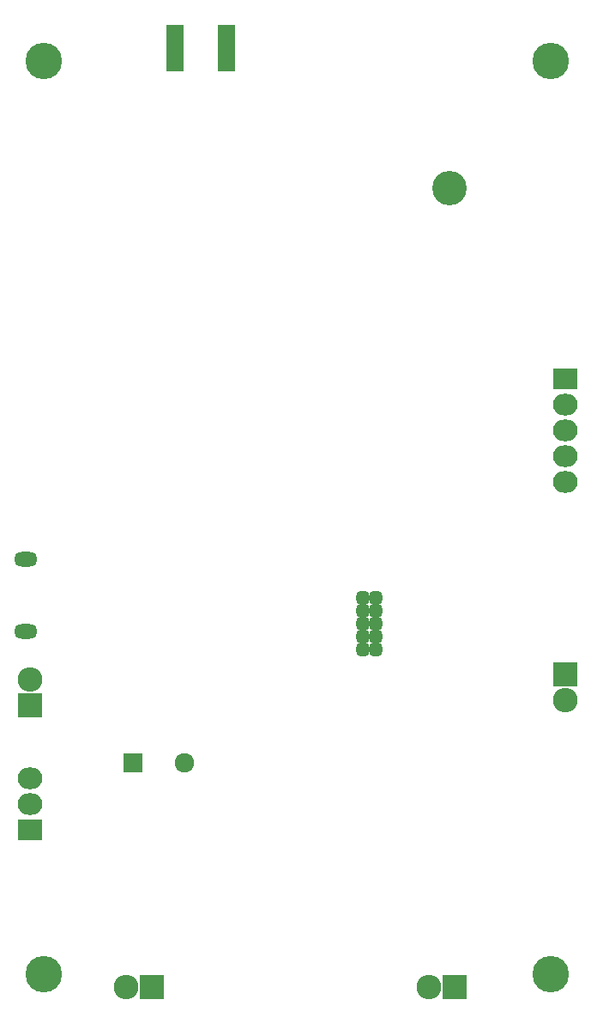
<source format=gbr>
G04 #@! TF.FileFunction,Soldermask,Bot*
%FSLAX46Y46*%
G04 Gerber Fmt 4.6, Leading zero omitted, Abs format (unit mm)*
G04 Created by KiCad (PCBNEW 4.0.2-stable) date Sunday, 15 May 2016 11:48:40 pm*
%MOMM*%
G01*
G04 APERTURE LIST*
%ADD10C,0.100000*%
%ADD11R,1.670000X4.600000*%
%ADD12C,3.600000*%
%ADD13O,2.300000X1.450000*%
%ADD14O,1.450000X1.450000*%
%ADD15C,3.400000*%
%ADD16R,1.924000X1.924000*%
%ADD17C,1.924000*%
%ADD18R,2.432000X2.127200*%
%ADD19O,2.432000X2.127200*%
%ADD20R,2.432000X2.432000*%
%ADD21O,2.432000X2.432000*%
G04 APERTURE END LIST*
D10*
D11*
X52491000Y-38227000D03*
X57491000Y-38227000D03*
D12*
X39500000Y-39500000D03*
X89500000Y-39500000D03*
X89500000Y-129500000D03*
X39500000Y-129500000D03*
D13*
X37719000Y-88627000D03*
X37719000Y-95777000D03*
D14*
X70993000Y-92456000D03*
X72263000Y-92456000D03*
X70993000Y-93726000D03*
X72263000Y-93726000D03*
X70993000Y-94996000D03*
X72263000Y-94996000D03*
X70993000Y-96266000D03*
X72263000Y-96266000D03*
X70993000Y-97536000D03*
X72263000Y-97536000D03*
D15*
X79514000Y-52078000D03*
D16*
X48260000Y-108712000D03*
D17*
X53340000Y-108712000D03*
D18*
X90932000Y-70866000D03*
D19*
X90932000Y-73406000D03*
X90932000Y-75946000D03*
X90932000Y-78486000D03*
X90932000Y-81026000D03*
D20*
X38100000Y-103000000D03*
D21*
X38100000Y-100460000D03*
D20*
X90932000Y-100000000D03*
D21*
X90932000Y-102540000D03*
D18*
X38100000Y-115316000D03*
D19*
X38100000Y-112776000D03*
X38100000Y-110236000D03*
D20*
X50165000Y-130810000D03*
D21*
X47625000Y-130810000D03*
D20*
X80010000Y-130810000D03*
D21*
X77470000Y-130810000D03*
M02*

</source>
